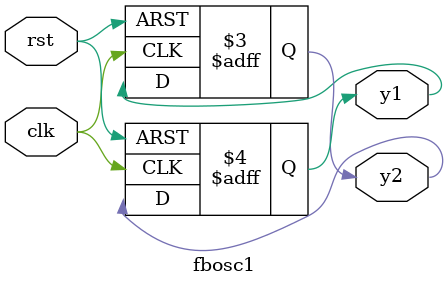
<source format=v>
module fbosc1(y1 , y2 , clk , rst );
	output y1 , y2 ;
	input clk , rst ;
	reg y1 , y2 ;

	always @(posedge clk or posedge rst )
		if( rst ) 
			y1 = 0 ;
		else 
			y1 = y2 ;

	always @(posedge clk or posedge rst )
		if ( rst ) 
			y2 = 1 ;
		else 
			y2 = y1 ;
endmodule 

</source>
